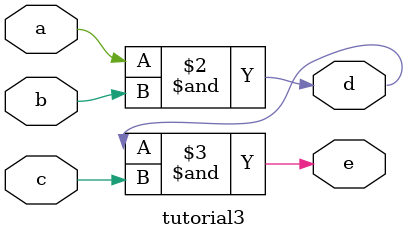
<source format=v>
module tutorial3(
    input a,
    input b,
    input c,
    output reg d,
    output reg e

    //output d,
    //output e
    //yazmak yanlıştır

    //always bloğunun içinde input'lara atama yapılamaz
    //always bloğunun içinde output'lara atama yapılamaz
    //always bloğunun içinde output reg'lere atama yapılabilir
    //always bloğunun içinde reg'lere atama yapılabilir

    //input -> wire
    //output -> wire
    //output reg -> reg
);

//parantezin içine a yazılırsa:
//a her değiştiğinde always bloğundaki işlemler yapılır
always @(a,b,c) 
begin
    d = a & b;
    e = d & c;
    //blocking assignment
    //önce d'nin değerini bulur
    //sonra d'yi kullanarak e'yi bulur

    //d <= a | b;
    //e <= d | c;
    //non blocking assignment
    //d'yi bulma ve e'yi bulma işlemlerini aynı anda yapar
    //e'yi bulurken d'nin eski değerini kullanır
end

endmodule
</source>
